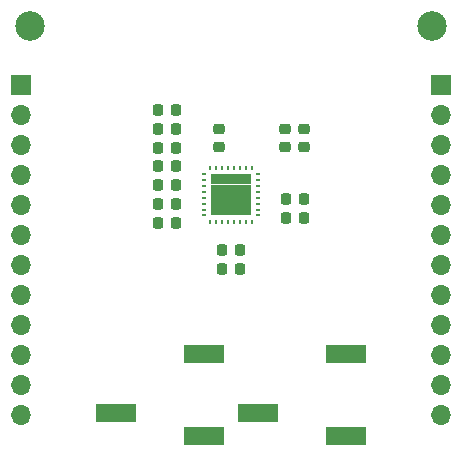
<source format=gts>
%TF.GenerationSoftware,KiCad,Pcbnew,(6.0.0-0)*%
%TF.CreationDate,2022-08-17T22:16:31+02:00*%
%TF.ProjectId,wm8758b_codec_breakout,776d3837-3538-4625-9f63-6f6465635f62,rev?*%
%TF.SameCoordinates,Original*%
%TF.FileFunction,Soldermask,Top*%
%TF.FilePolarity,Negative*%
%FSLAX46Y46*%
G04 Gerber Fmt 4.6, Leading zero omitted, Abs format (unit mm)*
G04 Created by KiCad (PCBNEW (6.0.0-0)) date 2022-08-17 22:16:31*
%MOMM*%
%LPD*%
G01*
G04 APERTURE LIST*
G04 Aperture macros list*
%AMRoundRect*
0 Rectangle with rounded corners*
0 $1 Rounding radius*
0 $2 $3 $4 $5 $6 $7 $8 $9 X,Y pos of 4 corners*
0 Add a 4 corners polygon primitive as box body*
4,1,4,$2,$3,$4,$5,$6,$7,$8,$9,$2,$3,0*
0 Add four circle primitives for the rounded corners*
1,1,$1+$1,$2,$3*
1,1,$1+$1,$4,$5*
1,1,$1+$1,$6,$7*
1,1,$1+$1,$8,$9*
0 Add four rect primitives between the rounded corners*
20,1,$1+$1,$2,$3,$4,$5,0*
20,1,$1+$1,$4,$5,$6,$7,0*
20,1,$1+$1,$6,$7,$8,$9,0*
20,1,$1+$1,$8,$9,$2,$3,0*%
G04 Aperture macros list end*
%ADD10R,3.500000X1.500000*%
%ADD11R,1.700000X1.700000*%
%ADD12O,1.700000X1.700000*%
%ADD13RoundRect,0.225000X0.225000X0.250000X-0.225000X0.250000X-0.225000X-0.250000X0.225000X-0.250000X0*%
%ADD14RoundRect,0.225000X-0.225000X-0.250000X0.225000X-0.250000X0.225000X0.250000X-0.225000X0.250000X0*%
%ADD15RoundRect,0.225000X0.250000X-0.225000X0.250000X0.225000X-0.250000X0.225000X-0.250000X-0.225000X0*%
%ADD16R,0.400000X0.200000*%
%ADD17R,0.200000X0.400000*%
%ADD18R,0.862500X0.862500*%
%ADD19C,2.500000*%
G04 APERTURE END LIST*
D10*
%TO.C,J102*%
X152250000Y-95750000D03*
X159750000Y-97750000D03*
X159750000Y-90750000D03*
%TD*%
%TO.C,J101*%
X140250000Y-95750000D03*
X147750000Y-97750000D03*
X147750000Y-90750000D03*
%TD*%
D11*
%TO.C,J1*%
X132220000Y-67996000D03*
D12*
X132220000Y-70536000D03*
X132220000Y-73076000D03*
X132220000Y-75616000D03*
X132220000Y-78156000D03*
X132220000Y-80696000D03*
X132220000Y-83236000D03*
X132220000Y-85776000D03*
X132220000Y-88316000D03*
X132220000Y-90856000D03*
X132220000Y-93396000D03*
X132220000Y-95936000D03*
%TD*%
D13*
%TO.C,C8*%
X145375000Y-79700000D03*
X143825000Y-79700000D03*
%TD*%
%TO.C,C10*%
X145375000Y-74900000D03*
X143825000Y-74900000D03*
%TD*%
D14*
%TO.C,C4*%
X149225000Y-83600000D03*
X150775000Y-83600000D03*
%TD*%
%TO.C,C3*%
X149225000Y-82000000D03*
X150775000Y-82000000D03*
%TD*%
D13*
%TO.C,C12*%
X156175000Y-79300000D03*
X154625000Y-79300000D03*
%TD*%
D14*
%TO.C,C13*%
X154625000Y-77700000D03*
X156175000Y-77700000D03*
%TD*%
D13*
%TO.C,C6*%
X145375000Y-70100000D03*
X143825000Y-70100000D03*
%TD*%
D15*
%TO.C,C2*%
X156200000Y-73275000D03*
X156200000Y-71725000D03*
%TD*%
%TO.C,C5*%
X154600000Y-73275000D03*
X154600000Y-71725000D03*
%TD*%
%TO.C,C1*%
X149000000Y-73275000D03*
X149000000Y-71725000D03*
%TD*%
D11*
%TO.C,J2*%
X167780000Y-67996000D03*
D12*
X167780000Y-70536000D03*
X167780000Y-73076000D03*
X167780000Y-75616000D03*
X167780000Y-78156000D03*
X167780000Y-80696000D03*
X167780000Y-83236000D03*
X167780000Y-85776000D03*
X167780000Y-88316000D03*
X167780000Y-90856000D03*
X167780000Y-93396000D03*
X167780000Y-95936000D03*
%TD*%
D16*
%TO.C,U1*%
X147700000Y-75550000D03*
X147700000Y-76050000D03*
X147700000Y-76550000D03*
X147700000Y-77050000D03*
X147700000Y-77550000D03*
X147700000Y-78050000D03*
X147700000Y-78550000D03*
X147700000Y-79050000D03*
D17*
X148250000Y-79600000D03*
X148750000Y-79600000D03*
X149250000Y-79600000D03*
X149750000Y-79600000D03*
X150250000Y-79600000D03*
X150750000Y-79600000D03*
X151250000Y-79600000D03*
X151750000Y-79600000D03*
D16*
X152300000Y-79050000D03*
X152300000Y-78550000D03*
X152300000Y-78050000D03*
X152300000Y-77550000D03*
X152300000Y-77050000D03*
X152300000Y-76550000D03*
X152300000Y-76050000D03*
X152300000Y-75550000D03*
D17*
X151750000Y-75000000D03*
X151250000Y-75000000D03*
X150750000Y-75000000D03*
X150250000Y-75000000D03*
X149750000Y-75000000D03*
X149250000Y-75000000D03*
X148750000Y-75000000D03*
X148250000Y-75000000D03*
D18*
X148706250Y-77731250D03*
X150431250Y-78593750D03*
X151293750Y-78593750D03*
X150431250Y-77731250D03*
X151293750Y-76006250D03*
X148706250Y-78593750D03*
X149568750Y-76868750D03*
X151293750Y-77731250D03*
X148706250Y-76006250D03*
X150431250Y-76006250D03*
X150431250Y-76868750D03*
X151293750Y-76868750D03*
X149568750Y-78593750D03*
X149568750Y-77731250D03*
X148706250Y-76868750D03*
X149568750Y-76006250D03*
%TD*%
D14*
%TO.C,C11*%
X143825000Y-78100000D03*
X145375000Y-78100000D03*
%TD*%
D13*
%TO.C,C15*%
X145375000Y-71700000D03*
X143825000Y-71700000D03*
%TD*%
%TO.C,C16*%
X145375000Y-73300000D03*
X143825000Y-73300000D03*
%TD*%
D14*
%TO.C,C19*%
X143825000Y-76500000D03*
X145375000Y-76500000D03*
%TD*%
D19*
%TO.C,REF\u002A\u002A*%
X167000000Y-63000000D03*
%TD*%
%TO.C,REF\u002A\u002A*%
X133000000Y-63000000D03*
%TD*%
M02*

</source>
